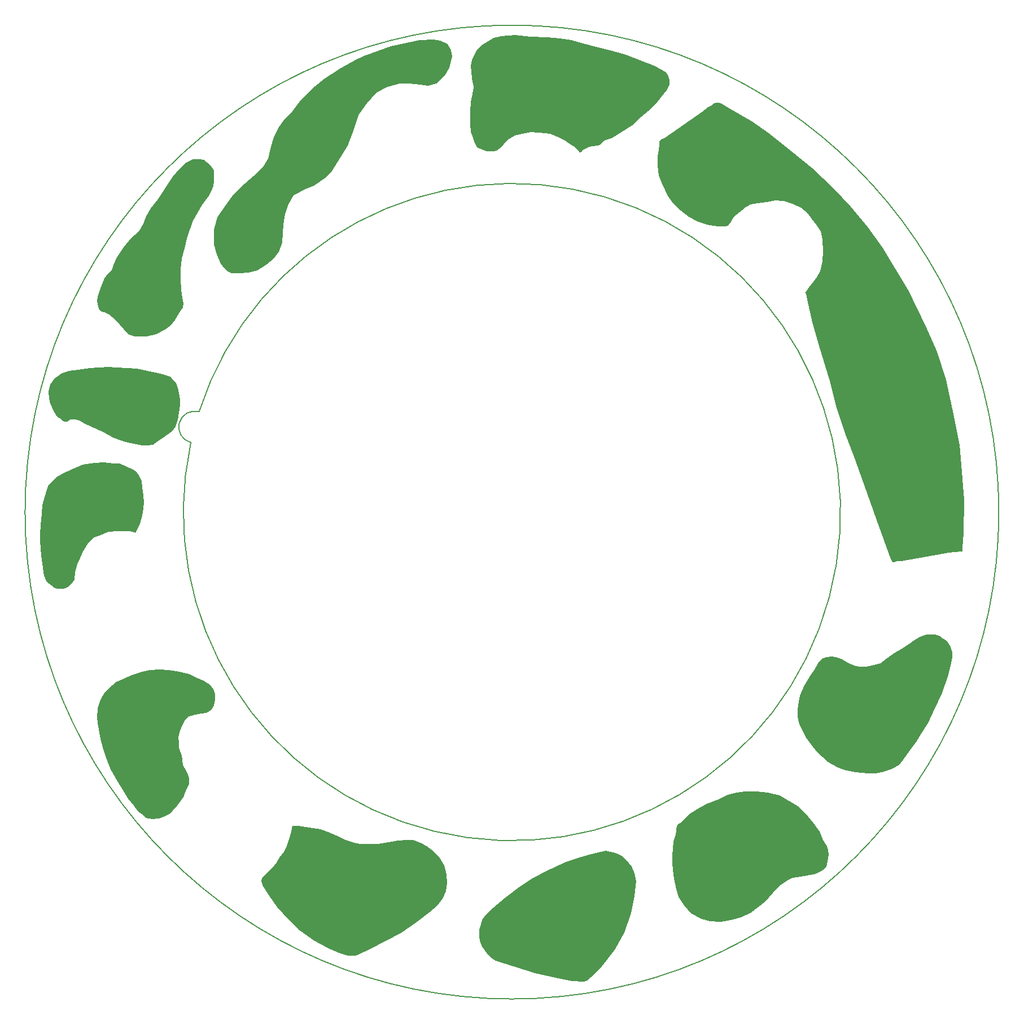
<source format=gbr>
*G04 Output by ViewMaster V9.2.41  PentaLogix LLC*
*G04 Mon Feb 27 10:10:44 2006*
*%FSLAX45Y45*%
%MOIN*%
%IPPOS*%
%ADD10C,0.008*%
G75*

%LPD*%
G36*
G1X43370Y407471D2*
X44878Y405964D1*
X46951Y405399*
X49401Y404080*
X51475Y402572*
X54114Y400311*
X55999Y398050*
X58072Y395412*
X60900Y392398*
X64481Y391267*
X72021*
X77487Y392586*
X82576Y395036*
X85781Y397673*
X88608Y400877*
X91624Y405775*
X93132Y408036*
X93698Y410863*
X92944Y414254*
X92190Y418776*
X92001Y424805*
X91813Y431023*
X92567Y437052*
X94074Y443270*
X95959Y450053*
X99352Y459662*
X104442Y468706*
X108588Y474171*
X110096Y477374*
X111039Y480011*
X111416Y483026*
X111604Y486229*
Y489244*
X109531Y492070*
X105573Y495650*
X102745Y496027*
X99352*
X95205Y493766*
X91436Y490374*
X87100Y485476*
X78053Y471910*
X74283Y466822*
X71455Y462112*
X69759Y457967*
X67308Y453256*
X62408Y449111*
X58261Y444024*
X54114Y437995*
X52417Y434038*
X51098Y430646*
X49213Y428385*
X46763Y425371*
X44878Y420472*
X42993Y415008*
X42427Y411993*
X43370Y407471*
G37*
G36*
G1X342718Y87486D2*
X338548Y86505D1*
X333151Y85279*
X326160Y83317*
X318556Y80620*
X308498Y75960*
X299544Y71056*
X291572Y65906*
X283231Y59408*
X276608Y53768*
X272192Y49967*
X270230Y47147*
X269249Y44327*
X268267Y41016*
Y37338*
X268635Y34273*
X269985Y30840*
X272683Y27284*
X275013Y24587*
X277957Y22502*
X288505Y19192*
X301261Y15146*
X313036Y12693*
X323094Y10609*
X329840Y10364*
X331925Y10977*
X334133Y12816*
X339162Y17475*
X343332Y22502*
X348483Y29491*
X354003Y39177*
X357805Y50580*
X360013Y61002*
X360871Y69585*
X359890Y74244*
X358050Y78290*
X355352Y81723*
X352776Y84175*
X350200Y85401*
X347379Y86505*
X344190Y87241*
X342718Y87486*
G37*
G36*
G1X157999Y102142D2*
X157238Y98722D1*
X156351Y95176*
X154578Y90363*
X152804Y86944*
X150270Y83398*
X148623Y80611*
X146216Y77445*
X143428Y75039*
X140768Y72379*
X140008Y71113*
X139628Y69719*
X139754Y68326*
X140641Y66426*
X144315Y60980*
X148876Y54141*
X155718Y46669*
X162433Y40336*
X170541Y34637*
X179157Y29951*
X186252Y26785*
X189419Y25772*
X191066Y25518*
X192967*
X195120Y25645*
X197401Y26531*
X203989Y29698*
X212731Y34131*
X221853Y38817*
X230468Y44769*
X238704Y51102*
X243518Y55155*
X246686Y59207*
X248586Y63513*
X249346Y68453*
X248966Y73519*
X247572Y78712*
X244785Y83144*
X241364Y87324*
X237310Y90110*
X234143Y92010*
X229075Y93910*
X225274*
X220206Y93403*
X214631Y92390*
X208423Y91630*
X203102Y91377*
X197401Y91630*
X193220Y92390*
X188659Y94036*
X184478Y96189*
X179790Y98216*
X174596Y100116*
X167881Y101129*
X161673Y102142*
X157999*
G37*
G36*
G1X386191Y103487D2*
X385282Y102881D1*
X384828Y101671*
X384676Y100762*
X384374Y98946*
X383768Y95919*
X383011Y93195*
X382557Y88503*
X382254Y84870*
Y80178*
X382557Y76243*
X383314Y70794*
X384374Y64891*
X385888Y60048*
X389067Y55205*
X393307Y50664*
X399515Y47334*
X404662Y45821*
X410719Y45669*
X416624Y46577*
X422831Y48242*
X428585Y50967*
X432976Y54145*
X437367Y57475*
X441606Y62470*
X445391Y67010*
X450539Y70189*
X453265Y71551*
X457807Y72308*
X463409Y73064*
X466740Y73821*
X468708Y74881*
X471736Y76697*
X473251Y78362*
X474008Y81238*
X474613Y85173*
X474310Y87897*
X473402Y90319*
X471282Y93800*
X469162Y98795*
X465680Y103789*
X460986Y109390*
X456747Y113476*
X451296Y116957*
X445543Y120287*
X438578Y121952*
X431765Y122557*
X424800*
X420258Y121952*
X414958Y120590*
X409507Y118017*
X402694Y115141*
X398303Y112719*
X392853Y109541*
X389824Y106968*
X386796Y103941*
X386191Y103487*
G37*
G36*
G1X195099Y554497D2*
X186043Y549494D1*
X176511Y543062*
X169600Y537583*
X162927Y530912*
X157923Y524242*
X153395Y519954*
X149820Y514713*
X146960Y508757*
X145054Y503040*
X143624Y496131*
X141003Y491843*
X137666Y488270*
X132423Y483982*
X127419Y479694*
X122176Y473976*
X117887Y468021*
X113597Y461589*
X111690Y454204*
X111452Y445389*
X113359Y439434*
X115503Y434193*
X117887Y431096*
X119793Y429428*
X121938Y428475*
X126227*
X131709Y428952*
X137190Y430143*
X142909Y433716*
X146960Y437052*
X149820Y441340*
X151727Y446581*
X152203Y452298*
X152441Y457301*
X153395Y463495*
X155540Y469212*
X158399Y474453*
X165549Y478265*
X170553Y480170*
X176987Y484458*
X181039Y488746*
X186282Y496846*
X190571Y503993*
X193907Y512569*
X197005Y521860*
X201772Y529007*
X207491Y535200*
X213925Y538536*
X221075Y540680*
X227033*
X233467Y539965*
X237995Y539250*
X242999Y540680*
X247765Y545206*
X250387Y549732*
X252293Y556641*
X251578Y560214*
X249672Y564026*
X245144Y565931*
X241093Y566646*
X232990Y566170*
X225364Y564502*
X215832Y562596*
X208683Y559976*
X200342Y556879*
X195099Y554497*
G37*
G36*
G1X322390Y566204D2*
X315728Y567112D1*
X308461Y567868*
X298166Y568322*
X289536Y569079*
X281209Y568474*
X276818Y567566*
X272882Y565295*
X269551Y563177*
X266372Y559847*
X263949Y554399*
X263344Y550766*
X263495Y547437*
X263949Y543502*
X264555Y540323*
X264858Y538810*
Y537599*
X264555Y536540*
X264252Y534270*
X263344Y529729*
X262738Y523373*
Y517016*
X263192Y512022*
X264404Y508389*
X265615Y505514*
X266826Y502790*
X269097Y502033*
X270762Y501276*
X272731Y500671*
X277121*
X278938Y501125*
X281512Y503244*
X282420Y504606*
X284843Y507179*
X289233Y509752*
X293624Y510811*
X298620Y511719*
X303616Y511568*
X310126Y510811*
X314820Y508995*
X318756Y506876*
X321178Y505363*
X324812Y502941*
X326477Y501276*
X327234Y500368*
X327689Y499763*
X328748Y500217*
X329354Y501125*
X331171Y502184*
X333139Y503092*
X335259Y503395*
X337530Y504000*
X339195Y504303*
X341920Y506725*
X346765Y508692*
X352367Y511719*
X358574Y515805*
X363873Y520800*
X369778Y525794*
X373411Y530032*
X377045Y534421*
X379013Y536540*
X380376Y539718*
Y542442*
X379922Y545015*
X378559Y547134*
X375531Y548799*
X372654Y550464*
X368718Y552280*
X365993Y553188*
X360997Y555155*
X353729Y557880*
X346462Y559998*
X337075Y562269*
X329657Y564236*
X322390Y566204*
G37*
G36*
G1X86159Y367050D2*
X82475Y368376D1*
X78495Y369407*
X72306Y370733*
X66116Y372206*
X60073Y372648*
X54178Y372795*
X49167Y373090*
X43567Y372795*
X38114Y372501*
X31630Y371617*
X25735Y370733*
X21903Y369407*
X17481Y366461*
X14829Y362925*
X13944Y358800*
X14239Y354528*
X14829Y351434*
X17039Y346426*
X18955Y343921*
X21608Y342154*
X22345Y341270*
X23377Y340975*
X24850*
X25735Y341564*
X26766Y342154*
X29566*
X32367Y341417*
X35461Y339502*
X38409Y338323*
X42093Y336408*
X46662Y334493*
X51968Y331694*
X57126Y329484*
X60958Y328600*
X65821Y327569*
X68769Y326980*
X71863*
X75400Y327275*
X78053Y329042*
X81148Y331105*
X83654Y332873*
X86748Y335082*
X88959Y338029*
X90285Y342006*
X90875Y346278*
X91465Y350403*
Y353791*
X91022Y357916*
X90285Y361010*
X89106Y363956*
X87191Y365577*
X86159Y367050*
G37*
G36*
G1X65601Y311512D2*
X63139Y312989D1*
X59446Y314466*
X55753Y316188*
X52060*
X46644Y316927*
X40735Y316681*
X34334Y315450*
X27933Y312743*
X22763Y310528*
X18578Y308067*
X13408Y302899*
X11192Y295270*
X10208Y291578*
X9715Y286656*
X9223Y280011*
X8977Y274105*
Y270167*
X9469Y261799*
X10700Y254416*
X11192Y249740*
X12916Y246049*
X15624Y244080*
X17347Y242849*
X19317Y242111*
X22763*
X25225Y243342*
X27195Y244818*
X29164Y247525*
X29657Y251709*
X30888Y256877*
X31873Y258846*
X34334Y264260*
X36796Y268690*
X40489Y272382*
X44428Y273858*
X49106Y275827*
X54276Y276320*
X57969*
X61416Y276073*
X63631Y275827*
X65108Y275335*
X65601Y275827*
X66093Y277058*
X67817Y280503*
X69294Y285425*
X70032Y289609*
X70278Y293301*
X70032Y297484*
X69294Y301914*
X68801Y305852*
X67078Y309051*
X65601Y311512*
G37*
G36*
G1X532535Y261184D2*
X545592Y263389D1*
X552580Y264309*
X553500*
Y266699*
X554235Y274787*
X554603Y295009*
X552948Y315047*
X551844Y327364*
X548534Y343909*
X543707Y365595*
X538400Y382201*
X531940Y397192*
X521557Y418411*
X506330Y444012*
X497688Y455908*
X487555Y467861*
X477421Y478599*
X464855Y490552*
X452695Y500682*
X439319Y511217*
X429185Y518106*
X418241Y524386*
X411553Y528641*
X409729Y529249*
X408513*
X406689Y528843*
X405270Y527628*
X403040Y526412*
X400000Y523981*
X377909Y508583*
X375680Y507570*
X374666Y506557*
Y504329*
X374058Y501492*
X373450Y497440*
Y491970*
X374261Y486095*
X376288Y481232*
X379531Y474344*
X382773Y469482*
X387232Y465430*
X391894Y461783*
X396960Y459149*
X402432Y457123*
X408715Y456110*
X412769*
X413579Y456313*
X415403Y456718*
X415809Y457934*
X416822Y458744*
X418646Y461783*
X421889Y464619*
X425537Y467456*
X428577Y469076*
X432428Y469887*
X437900Y470697*
X442764Y471508*
X448034Y471102*
X453303Y469482*
X458167Y467253*
X462221Y463809*
X464450Y460567*
X467287Y457123*
X469720Y453071*
X470733Y448411*
X471341Y441118*
X470936Y435445*
X469517Y429975*
X467693Y426328*
X465463Y423492*
X463031Y420047*
X461410Y418224*
X461005Y417616*
X460599*
X461207Y416198*
X461613Y414982*
X461815Y412754*
X464967Y399645*
X468955Y385694*
X475221Y364911*
X478923Y350106*
X483765Y335016*
X489746Y319072*
X498290Y296011*
X503702Y280921*
X510537Y261561*
X511600Y259277*
X512366Y257897*
X513286Y257974*
X514743Y258434*
X517426Y258587*
X532535Y261184*
G37*
G36*
G1X533122Y162935D2*
X537294Y171380D1*
X541153Y179930*
X544804Y190253*
X546786Y198282*
X547412Y201618*
Y204851*
X546264Y208604*
X544074Y211524*
X541988Y212984*
X540319Y214339*
X537503Y215173*
X534478Y215277*
X532496*
X530306Y214548*
X527907Y213609*
X525195Y211941*
X521961Y209543*
X517789Y206832*
X513304Y204121*
X508506Y200888*
X505064Y198177*
X499848Y196926*
X496511Y196301*
X492860Y196196*
X489522Y196926*
X485871Y198594*
X481908Y200784*
X478987Y202035*
X476171Y202244*
X473250Y201931*
X470434Y200784*
X468661Y199011*
X468035Y197656*
X466053Y194632*
X463967Y191087*
X460212Y185144*
X457605Y179096*
X456874Y175551*
X456353Y170859*
Y166688*
X457083Y162100*
X458752Y158868*
X461360Y154280*
X464280Y150110*
X467618Y145730*
X470956Y143019*
X474189Y139891*
X479404Y136867*
X483994Y135199*
X490565Y133844*
X497762Y133322*
X502456Y133218*
X507254Y134156*
X511948Y135825*
X516120Y138327*
X518623Y141247*
X522691Y146877*
X526446Y152195*
X529575Y157096*
X533122Y162935*
G37*
G36*
G1X106704Y169027D2*
X109732Y170540D1*
X111462Y173134*
X112327Y176593*
X112111Y180269*
X111246Y182863*
X109300Y185673*
X105623Y187835*
X100865Y189781*
X96756Y191726*
X89620Y193456*
X84862Y194321*
X79455Y194537*
X73616Y194321*
X67994Y193023*
X62803Y191294*
X58694Y189348*
X53720Y187186*
X49395Y183511*
X46800Y180917*
X44421Y176593*
X42907Y171621*
X42475Y166217*
X42907Y162974*
X43556Y159299*
X44421Y153462*
X45719Y148489*
X47665Y143085*
X50693Y135518*
X54585Y128600*
X57829Y123196*
X60857Y118224*
X64101Y114332*
X66480Y110873*
X70156Y108279*
X71670Y106982*
X73184Y106550*
X75130Y106117*
X78374Y106550*
X80321Y106982*
X83132Y108063*
X85727Y109576*
X87241Y111089*
X89836Y114116*
X91999Y116710*
X93513Y119088*
X94594Y121899*
X95459Y124277*
X96973Y126871*
X96756Y130546*
X96108Y132492*
X95026Y135086*
X93296Y138329*
X92864Y141355*
X92431Y143733*
X90917Y148273*
Y151516*
X90701Y154543*
X91566Y158434*
X93080Y162109*
X94594Y164703*
X96973Y166865*
X100433Y167946*
X104109Y168595*
X106704Y169027*
G37*
D10*
G1X97900Y328600D2*
G2X102749Y346705I2210J9110D1*
X97898Y328600I184751J-59205*
G1X287500Y575000D2*
G2I0J-287500D1*
G1X0Y0D2*
M02*

</source>
